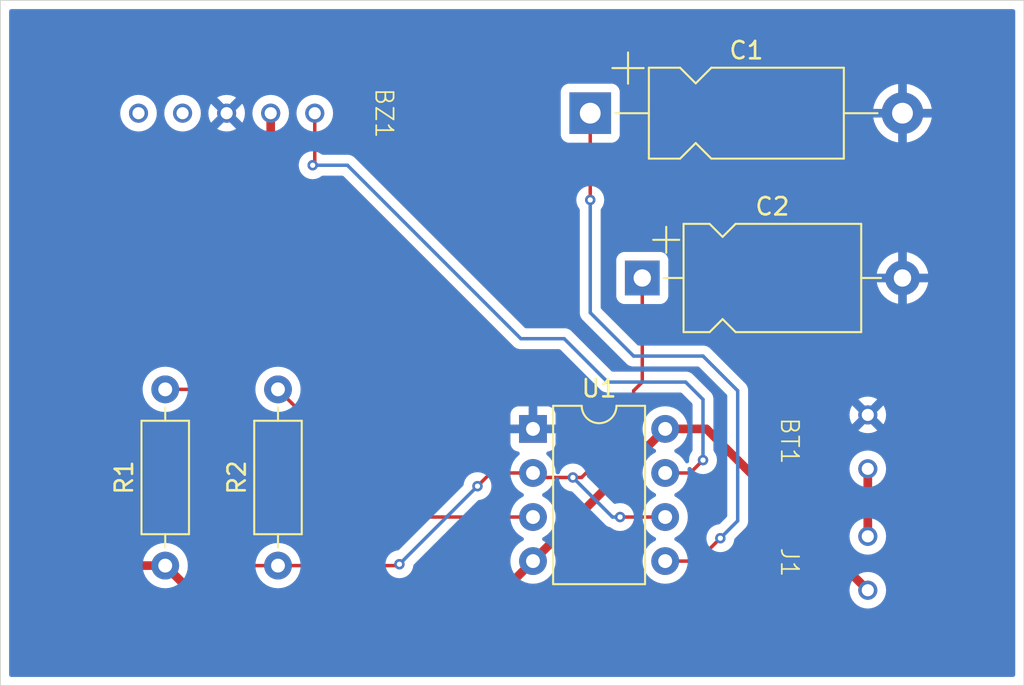
<source format=kicad_pcb>
(kicad_pcb (version 20240108) (generator "pcbnew") (generator_version "8.0")
  (layers (0 "F.Cu" signal) (31 "B.Cu" signal) (34 "B.Paste" user) (35 "F.Paste" user) (36 "B.SilkS" user "B.Silkscreen") (37 "F.SilkS" user "F.Silkscreen") (38 "B.Mask" user) (39 "F.Mask" user) (44 "Edge.Cuts" user))
  (net 0 "")
  (net 1 "Net-(U1-CV)")
  (net 2 "GND")
  (net 3 "Net-(U1-THR)")
  (net 4 "Net-(BZ1-5V)")
  (net 5 "Net-(U1-Q)")
  (net 6 "Net-(BZ1-Aux)")
  (net 7 "5V")
  (footprint "Package_DIP:DIP-8_W7.62mm" (layer "F.Cu") (at 141.2 90.7)
    (property "Reference" "U1" (at 3.81 -2.33 0) (layer "F.SilkS"))
    (property "Value" "NE555P")
    (fp_line (start 1.16 -1.33) (end 1.16 8.95) (stroke (width 0.12)) (layer "F.SilkS"))
    (fp_line (start 1.16 8.95) (end 6.46 8.95) (stroke (width 0.12)) (layer "F.SilkS"))
    (fp_line (start 2.81 -1.33) (end 1.16 -1.33) (stroke (width 0.12)) (layer "F.SilkS"))
    (fp_line (start 6.46 -1.33) (end 4.81 -1.33) (stroke (width 0.12)) (layer "F.SilkS"))
    (fp_line (start 6.46 8.95) (end 6.46 -1.33) (stroke (width 0.12)) (layer "F.SilkS"))
    (fp_arc (start 4.81 -1.33) (mid 3.81 -0.33) (end 2.81 -1.33) (stroke (width 0.12)) (layer "F.SilkS"))
    (pad "1" thru_hole rect (at 0 0) (size 1.6 1.6) (drill 0.8) (layers "*.Cu" "*.Mask") (net 2 "GND"))
    (pad "2" thru_hole oval (at 0 2.54) (size 1.6 1.6) (drill 0.8) (layers "*.Cu" "*.Mask") (net 3 "Net-(U1-THR)"))
    (pad "3" thru_hole oval (at 0 5.08) (size 1.6 1.6) (drill 0.8) (layers "*.Cu" "*.Mask") (net 5 "Net-(U1-Q)"))
    (pad "4" thru_hole oval (at 0 7.62) (size 1.6 1.6) (drill 0.8) (layers "*.Cu" "*.Mask") (net 4 "Net-(BZ1-5V)"))
    (pad "5" thru_hole oval (at 7.62 7.62) (size 1.6 1.6) (drill 0.8) (layers "*.Cu" "*.Mask") (net 1 "Net-(U1-CV)"))
    (pad "6" thru_hole oval (at 7.62 5.08) (size 1.6 1.6) (drill 0.8) (layers "*.Cu" "*.Mask") (net 3 "Net-(U1-THR)"))
    (pad "7" thru_hole oval (at 7.62 2.54) (size 1.6 1.6) (drill 0.8) (layers "*.Cu" "*.Mask") (net 6 "Net-(BZ1-Aux)"))
    (pad "8" thru_hole oval (at 7.62 0) (size 1.6 1.6) (drill 0.8) (layers "*.Cu" "*.Mask") (net 4 "Net-(BZ1-5V)"))
  )
  (footprint "Capacitor_THT:CP_Axial_L10.0mm_D6.0mm_P15.00mm_Horizontal" (layer "F.Cu") (at 147.5 82)
    (property "Reference" "C2" (at 7.5 -4.12 0) (layer "F.SilkS"))
    (property "Value" "1 μF")
    (fp_line (start 0.63 -2.2) (end 2.13 -2.2) (stroke (width 0.12)) (layer "F.SilkS"))
    (fp_line (start 1.24 0) (end 2.38 0) (stroke (width 0.12)) (layer "F.SilkS"))
    (fp_line (start 1.38 -2.95) (end 1.38 -1.45) (stroke (width 0.12)) (layer "F.SilkS"))
    (fp_line (start 2.38 -3.12) (end 2.38 3.12) (stroke (width 0.12)) (layer "F.SilkS"))
    (fp_line (start 2.38 -3.12) (end 3.88 -3.12) (stroke (width 0.12)) (layer "F.SilkS"))
    (fp_line (start 2.38 3.12) (end 3.88 3.12) (stroke (width 0.12)) (layer "F.SilkS"))
    (fp_line (start 3.88 -3.12) (end 4.63 -2.37) (stroke (width 0.12)) (layer "F.SilkS"))
    (fp_line (start 3.88 3.12) (end 4.63 2.37) (stroke (width 0.12)) (layer "F.SilkS"))
    (fp_line (start 4.63 -2.37) (end 5.38 -3.12) (stroke (width 0.12)) (layer "F.SilkS"))
    (fp_line (start 4.63 2.37) (end 5.38 3.12) (stroke (width 0.12)) (layer "F.SilkS"))
    (fp_line (start 5.38 -3.12) (end 12.62 -3.12) (stroke (width 0.12)) (layer "F.SilkS"))
    (fp_line (start 5.38 3.12) (end 12.62 3.12) (stroke (width 0.12)) (layer "F.SilkS"))
    (fp_line (start 12.62 -3.12) (end 12.62 3.12) (stroke (width 0.12)) (layer "F.SilkS"))
    (fp_line (start 13.76 0) (end 12.62 0) (stroke (width 0.12)) (layer "F.SilkS"))
    (pad "1" thru_hole rect (at 0 0) (size 2 2) (drill 1) (layers "*.Cu" "*.Mask") (net 3 "Net-(U1-THR)"))
    (pad "2" thru_hole oval (at 15 0) (size 2 2) (drill 1) (layers "*.Cu" "*.Mask") (net 2 "GND"))
  )
  (footprint "" (layer "F.Cu") (at 160.5 89.8925)
    (property "Reference" "" (at 0 0 0) (layer "F.SilkS") (effects (font (size 1.27 1.27))))
    (property "Value" "")
    (pad "2" thru_hole circle (at 0 0) (size 1.1 1.1) (drill 0.7) (layers "*.Cu" "*.Mask") (net 2 "GND"))
  )
  (footprint "" (layer "F.Cu") (at 160.5 96.8925)
    (property "Reference" "" (at -1 -2.5 0) (layer "F.SilkS") (effects (font (size 1.27 1.27))))
    (property "Value" "")
    (pad "1" thru_hole circle (at 0 0) (size 1.1 1.1) (drill 0.7) (layers "*.Cu" "*.Mask") (net 7 "5V"))
  )
  (footprint "Resistor_THT:R_Axial_DIN0207_L6.3mm_D2.5mm_P10.16mm_Horizontal" (layer "F.Cu") (at 126.5 98.58 90)
    (property "Reference" "R2" (at 5.08 -2.37 90) (layer "F.SilkS"))
    (property "Value" "2.2 KΩ")
    (fp_line (start 8.35 -1.37) (end 1.81 -1.37) (stroke (width 0.12)) (layer "F.SilkS"))
    (fp_line (start 1.81 -1.37) (end 1.81 1.37) (stroke (width 0.12)) (layer "F.SilkS"))
    (fp_line (start 9.12 0) (end 8.35 0) (stroke (width 0.12)) (layer "F.SilkS"))
    (fp_line (start 1.04 0) (end 1.81 0) (stroke (width 0.12)) (layer "F.SilkS"))
    (fp_line (start 8.35 1.37) (end 8.35 -1.37) (stroke (width 0.12)) (layer "F.SilkS"))
    (fp_line (start 1.81 1.37) (end 8.35 1.37) (stroke (width 0.12)) (layer "F.SilkS"))
    (pad "1" thru_hole circle (at 0 0 90) (size 1.6 1.6) (drill 0.8) (layers "*.Cu" "*.Mask") (net 3 "Net-(U1-THR)"))
    (pad "2" thru_hole oval (at 10.16 0 90) (size 1.6 1.6) (drill 0.8) (layers "*.Cu" "*.Mask") (net 5 "Net-(U1-Q)"))
  )
  (footprint "Capacitor_THT:CP_Axial_L11.0mm_D5.0mm_P18.00mm_Horizontal" (layer "F.Cu") (at 144.5 72.5)
    (property "Reference" "C1" (at 9 -3.62 0) (layer "F.SilkS"))
    (property "Value" "0.01 μF")
    (fp_line (start 1.28 -2.6) (end 3.08 -2.6) (stroke (width 0.12)) (layer "F.SilkS"))
    (fp_line (start 1.44 0) (end 3.38 0) (stroke (width 0.12)) (layer "F.SilkS"))
    (fp_line (start 2.18 -3.5) (end 2.18 -1.7) (stroke (width 0.12)) (layer "F.SilkS"))
    (fp_line (start 3.38 -2.62) (end 3.38 2.62) (stroke (width 0.12)) (layer "F.SilkS"))
    (fp_line (start 3.38 -2.62) (end 5.18 -2.62) (stroke (width 0.12)) (layer "F.SilkS"))
    (fp_line (start 3.38 2.62) (end 5.18 2.62) (stroke (width 0.12)) (layer "F.SilkS"))
    (fp_line (start 5.18 -2.62) (end 6.08 -1.72) (stroke (width 0.12)) (layer "F.SilkS"))
    (fp_line (start 5.18 2.62) (end 6.08 1.72) (stroke (width 0.12)) (layer "F.SilkS"))
    (fp_line (start 6.08 -1.72) (end 6.98 -2.62) (stroke (width 0.12)) (layer "F.SilkS"))
    (fp_line (start 6.08 1.72) (end 6.98 2.62) (stroke (width 0.12)) (layer "F.SilkS"))
    (fp_line (start 6.98 -2.62) (end 14.62 -2.62) (stroke (width 0.12)) (layer "F.SilkS"))
    (fp_line (start 6.98 2.62) (end 14.62 2.62) (stroke (width 0.12)) (layer "F.SilkS"))
    (fp_line (start 14.62 -2.62) (end 14.62 2.62) (stroke (width 0.12)) (layer "F.SilkS"))
    (fp_line (start 16.56 0) (end 14.62 0) (stroke (width 0.12)) (layer "F.SilkS"))
    (pad "1" thru_hole rect (at 0 0) (size 2.4 2.4) (drill 1.2) (layers "*.Cu" "*.Mask") (net 1 "Net-(U1-CV)"))
    (pad "2" thru_hole oval (at 18 0) (size 2.4 2.4) (drill 1.2) (layers "*.Cu" "*.Mask") (net 2 "GND"))
  )
  (footprint "" (layer "F.Cu") (at 160.5 100)
    (property "Reference" "" (at -1 -2.5 0) (layer "F.SilkS") (effects (font (size 1.27 1.27))))
    (property "Value" "")
    (pad "2" thru_hole circle (at 0 0) (size 1.1 1.1) (drill 0.7) (layers "*.Cu" "*.Mask") (net 4 "Net-(BZ1-5V)"))
  )
  (footprint "mylibrary:Buzzer_Connection" (layer "F.Cu") (at 123.54 72.5 -90)
    (property "Reference" "BZ1" (at 0 -9.08 -90) (layer "F.SilkS") (effects (font (thickness 0.1))))
    (property "Value" "Buzzer")
    (pad "1" thru_hole circle (at 0 -5.08 270) (size 1.1 1.1) (drill 0.7) (layers "*.Cu" "*.Mask") (net 6 "Net-(BZ1-Aux)"))
    (pad "2" thru_hole circle (at 0 -2.54 270) (size 1.1 1.1) (drill 0.7) (layers "*.Cu" "*.Mask") (net 4 "Net-(BZ1-5V)"))
    (pad "3" thru_hole circle (at 0 0 270) (size 1.1 1.1) (drill 0.7) (layers "*.Cu" "*.Mask") (net 2 "GND"))
    (pad "4" thru_hole circle (at 0 2.54 270) (size 1.1 1.1) (drill 0.7) (layers "*.Cu" "*.Mask"))
    (pad "5" thru_hole circle (at 0 5.08 270) (size 1.1 1.1) (drill 0.7) (layers "*.Cu" "*.Mask"))
  )
  (footprint "" (layer "F.Cu") (at 160.5 93)
    (property "Reference" "" (at 1 1.5 0) (layer "F.SilkS") (effects (font (size 1.27 1.27))))
    (property "Value" "")
    (pad "1" thru_hole circle (at 0 0) (size 1.1 1.1) (drill 0.7) (layers "*.Cu" "*.Mask") (net 7 "5V"))
  )
  (footprint "Resistor_THT:R_Axial_DIN0207_L6.3mm_D2.5mm_P10.16mm_Horizontal" (layer "F.Cu") (at 120 98.58 90)
    (property "Reference" "R1" (at 5.08 -2.37 90) (layer "F.SilkS"))
    (property "Value" "100 KΩ")
    (fp_line (start 8.35 -1.37) (end 1.81 -1.37) (stroke (width 0.12)) (layer "F.SilkS"))
    (fp_line (start 1.81 -1.37) (end 1.81 1.37) (stroke (width 0.12)) (layer "F.SilkS"))
    (fp_line (start 9.12 0) (end 8.35 0) (stroke (width 0.12)) (layer "F.SilkS"))
    (fp_line (start 1.04 0) (end 1.81 0) (stroke (width 0.12)) (layer "F.SilkS"))
    (fp_line (start 8.35 1.37) (end 8.35 -1.37) (stroke (width 0.12)) (layer "F.SilkS"))
    (fp_line (start 1.81 1.37) (end 8.35 1.37) (stroke (width 0.12)) (layer "F.SilkS"))
    (pad "1" thru_hole circle (at 0 0 90) (size 1.6 1.6) (drill 0.8) (layers "*.Cu" "*.Mask") (net 4 "Net-(BZ1-5V)"))
    (pad "2" thru_hole oval (at 10.16 0 90) (size 1.6 1.6) (drill 0.8) (layers "*.Cu" "*.Mask") (net 3 "Net-(U1-THR)"))
  )
  (gr_rect (start 110.5 66) (end 169.5 105.5) (stroke (width 0.05)) (fill none) (layer "Edge.Cuts"))
  (gr_text "J1" (at 156 98.3925 270) (layer "F.SilkS") (effects (font (size 1 1) (thickness 0.1))))
  (gr_text "BT1" (at 156 91.3925 270) (layer "F.SilkS") (effects (font (size 1 1) (thickness 0.1))))
  (segment (start 144.5 72.5) (end 144.5 77.5) (width 0.2) (layer "F.Cu") (net 1))
  (segment (start 152 97) (end 150.68 98.32) (width 0.2) (layer "F.Cu") (net 1))
  (segment (start 150.68 98.32) (end 148.82 98.32) (width 0.2) (layer "F.Cu") (net 1))
  (via (at 144.5 77.5) (size 0.6) (drill 0.3) (layers "F.Cu" "B.Cu") (net 1))
  (via (at 152 97) (size 0.6) (drill 0.3) (layers "F.Cu" "B.Cu") (net 1))
  (segment (start 144.5 84) (end 144.5 77.5) (width 0.2) (layer "B.Cu") (net 1))
  (segment (start 153 88.5) (end 151 86.5) (width 0.2) (layer "B.Cu") (net 1))
  (segment (start 151 86.5) (end 147 86.5) (width 0.2) (layer "B.Cu") (net 1))
  (segment (start 152 97) (end 153 96) (width 0.2) (layer "B.Cu") (net 1))
  (segment (start 153 96) (end 153 88.5) (width 0.2) (layer "B.Cu") (net 1))
  (segment (start 147 86.5) (end 144.5 84) (width 0.2) (layer "B.Cu") (net 1))
  (segment (start 143.5 93.5) (end 141.5 93.5) (width 0.2) (layer "F.Cu") (net 3))
  (segment (start 120 88.42) (end 121.92 88.42) (width 0.2) (layer "F.Cu") (net 3))
  (segment (start 143.5 93.5) (end 144 93.5) (width 0.2) (layer "F.Cu") (net 3))
  (segment (start 123 97) (end 124.58 98.58) (width 0.2) (layer "F.Cu") (net 3))
  (segment (start 141.5 93.5) (end 141.24 93.24) (width 0.2) (layer "F.Cu") (net 3))
  (segment (start 138.76 93.24) (end 141.2 93.24) (width 0.2) (layer "F.Cu") (net 3))
  (segment (start 147.5 88) (end 147.5 82) (width 0.2) (layer "F.Cu") (net 3))
  (segment (start 146.22 95.78) (end 148.82 95.78) (width 0.2) (layer "F.Cu") (net 3))
  (segment (start 123 89.5) (end 123 97) (width 0.2) (layer "F.Cu") (net 3))
  (segment (start 133.42 98.58) (end 133.5 98.5) (width 0.2) (layer "F.Cu") (net 3))
  (segment (start 126.5 98.58) (end 133.42 98.58) (width 0.2) (layer "F.Cu") (net 3))
  (segment (start 147 90.5) (end 147 88.5) (width 0.2) (layer "F.Cu") (net 3))
  (segment (start 147 88.5) (end 147.5 88) (width 0.2) (layer "F.Cu") (net 3))
  (segment (start 124.58 98.58) (end 126.5 98.58) (width 0.2) (layer "F.Cu") (net 3))
  (segment (start 121.92 88.42) (end 123 89.5) (width 0.2) (layer "F.Cu") (net 3))
  (segment (start 144 93.5) (end 147 90.5) (width 0.2) (layer "F.Cu") (net 3))
  (segment (start 138 94) (end 138.76 93.24) (width 0.2) (layer "F.Cu") (net 3))
  (segment (start 141.24 93.24) (end 141.2 93.24) (width 0.2) (layer "F.Cu") (net 3))
  (via (at 138 94) (size 0.6) (drill 0.3) (layers "F.Cu" "B.Cu") (net 3))
  (via (at 133.5 98.5) (size 0.6) (drill 0.3) (layers "F.Cu" "B.Cu") (net 3))
  (via (at 143.5 93.5) (size 0.6) (drill 0.3) (layers "F.Cu" "B.Cu") (net 3))
  (via (at 146.22 95.78) (size 0.6) (drill 0.3) (layers "F.Cu" "B.Cu") (net 3))
  (segment (start 145.78 95.78) (end 146.22 95.78) (width 0.2) (layer "B.Cu") (net 3))
  (segment (start 143.5 93.5) (end 145.78 95.78) (width 0.2) (layer "B.Cu") (net 3))
  (segment (start 133.5 98.5) (end 138 94) (width 0.2) (layer "B.Cu") (net 3))
  (segment (start 116 84) (end 126.08 73.92) (width 0.5) (layer "F.Cu") (net 4))
  (segment (start 151.2 90.7) (end 148.82 90.7) (width 0.5) (layer "F.Cu") (net 4))
  (segment (start 126.08 72.5) (end 126.345 72.5) (width 0.25) (layer "F.Cu") (net 4))
  (segment (start 138.52 101) (end 141.2 98.32) (width 0.5) (layer "F.Cu") (net 4))
  (segment (start 120 98.58) (end 118.58 98.58) (width 0.5) (layer "F.Cu") (net 4))
  (segment (start 118.58 98.58) (end 116 96) (width 0.5) (layer "F.Cu") (net 4))
  (segment (start 116 96) (end 116 84) (width 0.5) (layer "F.Cu") (net 4))
  (segment (start 148.82 90.7) (end 141.2 98.32) (width 0.5) (layer "F.Cu") (net 4))
  (segment (start 122.42 101) (end 138.52 101) (width 0.5) (layer "F.Cu") (net 4))
  (segment (start 120 98.58) (end 122.42 101) (width 0.5) (layer "F.Cu") (net 4))
  (segment (start 160.5 100) (end 151.2 90.7) (width 0.5) (layer "F.Cu") (net 4))
  (segment (start 126.08 73.92) (end 126.08 72.5) (width 0.5) (layer "F.Cu") (net 4))
  (segment (start 141.2 95.78) (end 133.86 95.78) (width 0.2) (layer "F.Cu") (net 5))
  (segment (start 133.86 95.78) (end 126.5 88.42) (width 0.2) (layer "F.Cu") (net 5))
  (segment (start 128.62 75.38) (end 128.62 72.5) (width 0.2) (layer "F.Cu") (net 6))
  (segment (start 151 92.5) (end 150.76 92.74) (width 0.2) (layer "F.Cu") (net 6))
  (segment (start 151 92.5) (end 150.26 93.24) (width 0.2) (layer "F.Cu") (net 6))
  (segment (start 128.5 75.5) (end 128.62 75.38) (width 0.2) (layer "F.Cu") (net 6))
  (segment (start 150.26 93.24) (end 148.82 93.24) (width 0.2) (layer "F.Cu") (net 6))
  (via (at 128.5 75.5) (size 0.6) (drill 0.3) (layers "F.Cu" "B.Cu") (net 6))
  (via (at 151 92.5) (size 0.6) (drill 0.3) (layers "F.Cu" "B.Cu") (net 6))
  (segment (start 130.5 75.5) (end 128.5 75.5) (width 0.2) (layer "B.Cu") (net 6))
  (segment (start 151 92.5) (end 151 89) (width 0.2) (layer "B.Cu") (net 6))
  (segment (start 140.5 85.5) (end 130.5 75.5) (width 0.2) (layer "B.Cu") (net 6))
  (segment (start 150 88) (end 145.5 88) (width 0.2) (layer "B.Cu") (net 6))
  (segment (start 151 89) (end 150 88) (width 0.2) (layer "B.Cu") (net 6))
  (segment (start 145.5 88) (end 143 85.5) (width 0.2) (layer "B.Cu") (net 6))
  (segment (start 143 85.5) (end 140.5 85.5) (width 0.2) (layer "B.Cu") (net 6))
  (segment (start 160.5 93) (end 160.5 96.8925) (width 0.5) (layer "F.Cu") (net 7))
  (zone (net 2) (net_name "GND") (layer "B.Cu") (priority 1) (connect_pads (clearance 0.5)) (min_thickness 0.25) (fill yes (thermal_gap 0.5) (thermal_bridge_width 0.5))
    (polygon (pts (xy 169.5 105.5) (xy 110.5 105.5) (xy 110.5 66) (xy 169.5 66)))
  )
)
</source>
